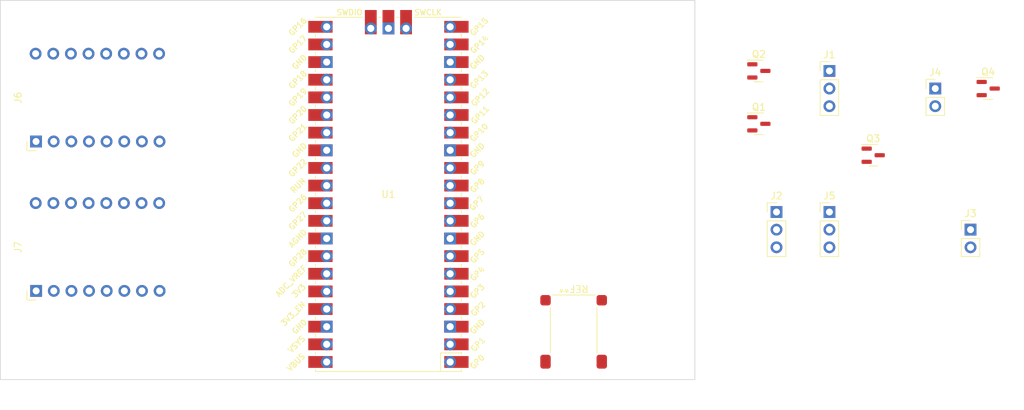
<source format=kicad_pcb>
(kicad_pcb (version 20221018) (generator pcbnew)
  (layers (0 "F.Cu" signal) (31 "B.Cu" signal) (34 "B.Paste" user) (35 "F.Paste" user) (36 "B.SilkS" user "B.Silkscreen") (37 "F.SilkS" user "F.Silkscreen") (38 "B.Mask" user) (39 "F.Mask" user) (44 "Edge.Cuts" user))
  (net 0 "")
  (footprint "Connector_PinHeader_2.54mm:PinHeader_1x03_P2.54mm_Vertical" (layer "F.Cu") (at 187.96 68.58)
    (fp_text reference "J2" (at 0 -2.33) (layer "F.SilkS"))
    (fp_text value "Conn_01x03_Male")
    (fp_line (start -1.33 -1.33) (end 0 -1.33) (stroke (width 0.12)) (layer "F.SilkS"))
    (fp_line (start -1.33 0) (end -1.33 -1.33) (stroke (width 0.12)) (layer "F.SilkS"))
    (fp_line (start -1.33 1.27) (end -1.33 6.41) (stroke (width 0.12)) (layer "F.SilkS"))
    (fp_line (start -1.33 1.27) (end 1.33 1.27) (stroke (width 0.12)) (layer "F.SilkS"))
    (fp_line (start -1.33 6.41) (end 1.33 6.41) (stroke (width 0.12)) (layer "F.SilkS"))
    (fp_line (start 1.33 1.27) (end 1.33 6.41) (stroke (width 0.12)) (layer "F.SilkS"))
    (pad "1" thru_hole rect (at 0 0) (size 1.7 1.7) (drill 1) (layers "*.Cu" "*.Mask"))
    (pad "2" thru_hole oval (at 0 2.54) (size 1.7 1.7) (drill 1) (layers "*.Cu" "*.Mask"))
    (pad "3" thru_hole oval (at 0 5.08) (size 1.7 1.7) (drill 1) (layers "*.Cu" "*.Mask"))
  )
  (footprint "Connector_PinHeader_2.54mm:PinHeader_1x02_P2.54mm_Vertical" (layer "F.Cu") (at 215.9 71.12)
    (fp_text reference "J3" (at 0 -2.33) (layer "F.SilkS"))
    (fp_text value "Conn_01x02_Female")
    (fp_line (start -1.33 -1.33) (end 0 -1.33) (stroke (width 0.12)) (layer "F.SilkS"))
    (fp_line (start -1.33 0) (end -1.33 -1.33) (stroke (width 0.12)) (layer "F.SilkS"))
    (fp_line (start -1.33 1.27) (end -1.33 3.87) (stroke (width 0.12)) (layer "F.SilkS"))
    (fp_line (start -1.33 1.27) (end 1.33 1.27) (stroke (width 0.12)) (layer "F.SilkS"))
    (fp_line (start -1.33 3.87) (end 1.33 3.87) (stroke (width 0.12)) (layer "F.SilkS"))
    (fp_line (start 1.33 1.27) (end 1.33 3.87) (stroke (width 0.12)) (layer "F.SilkS"))
    (pad "1" thru_hole rect (at 0 0) (size 1.7 1.7) (drill 1) (layers "*.Cu" "*.Mask"))
    (pad "2" thru_hole oval (at 0 2.54) (size 1.7 1.7) (drill 1) (layers "*.Cu" "*.Mask"))
  )
  (footprint "Connector_Audio:Jack_3.5mm_Lumberg_1503_02_Horizontal" (layer "F.Cu") (at 158.75 87.63 180)
    (fp_text reference "REF**" (at 0 8 180 unlocked) (layer "F.SilkS"))
    (fp_text value "Jack_3.5mm_Lumberg_1503_02_Horizontal")
    (fp_line (start -3.35 -1.24) (end -3.35 5.29) (stroke (width 0.12)) (layer "F.SilkS"))
    (fp_line (start 3.04 7.1) (end -3.04 7.1) (stroke (width 0.12)) (layer "F.SilkS"))
    (fp_line (start 3.35 -1.24) (end 3.35 5.29) (stroke (width 0.12)) (layer "F.SilkS"))
    (pad "" np_thru_hole circle (at -2.5 2.5 180) (size 1.2 1.2) (drill 1.2) (layers "F&B.Cu" "*.Mask"))
    (pad "" np_thru_hole circle (at 2.5 2.5 180) (size 1.2 1.2) (drill 1.2) (layers "F&B.Cu" "*.Mask"))
    (pad "R" smd roundrect (at 4.05 6.35 180) (size 1.5 1.5) (layers "F.Cu" "F.Paste" "F.Mask"))
    (pad "S" smd roundrect (at -4.05 6.35 180) (size 1.5 1.5) (layers "F.Cu" "F.Paste" "F.Mask"))
    (pad "T" smd roundrect (at -4.05 -2.5 180) (size 1.5 2) (layers "F.Cu" "F.Paste" "F.Mask"))
    (pad "T" smd roundrect (at 4.05 -2.5 180) (size 1.5 2) (layers "F.Cu" "F.Paste" "F.Mask"))
  )
  (footprint "Connector_PinHeader_2.54mm:PinHeader_1x02_P2.54mm_Vertical" (layer "F.Cu") (at 210.82 50.8)
    (fp_text reference "J4" (at 0 -2.33) (layer "F.SilkS"))
    (fp_text value "Conn_01x02_Female")
    (fp_line (start -1.33 -1.33) (end 0 -1.33) (stroke (width 0.12)) (layer "F.SilkS"))
    (fp_line (start -1.33 0) (end -1.33 -1.33) (stroke (width 0.12)) (layer "F.SilkS"))
    (fp_line (start -1.33 1.27) (end -1.33 3.87) (stroke (width 0.12)) (layer "F.SilkS"))
    (fp_line (start -1.33 1.27) (end 1.33 1.27) (stroke (width 0.12)) (layer "F.SilkS"))
    (fp_line (start -1.33 3.87) (end 1.33 3.87) (stroke (width 0.12)) (layer "F.SilkS"))
    (fp_line (start 1.33 1.27) (end 1.33 3.87) (stroke (width 0.12)) (layer "F.SilkS"))
    (pad "1" thru_hole rect (at 0 0) (size 1.7 1.7) (drill 1) (layers "*.Cu" "*.Mask"))
    (pad "2" thru_hole oval (at 0 2.54) (size 1.7 1.7) (drill 1) (layers "*.Cu" "*.Mask"))
  )
  (footprint "stepstick:stepstick" (layer "F.Cu") (at 81.295 73.6425 90)
    (fp_text reference "J7" (at 0 -2.54 90) (layer "F.SilkS"))
    (fp_text value "silent step stick")
    (fp_line (start -7.62 -1.27) (end -6.29 -1.27) (stroke (width 0.12)) (layer "F.SilkS"))
    (fp_line (start -7.62 0.06) (end -7.62 -1.27) (stroke (width 0.12)) (layer "F.SilkS"))
    (pad "1" thru_hole rect (at -6.29 0.06 90) (size 1.7 1.7) (drill 1) (layers "*.Cu" "*.Mask"))
    (pad "2" thru_hole oval (at 6.35 0 90) (size 1.7 1.7) (drill 1) (layers "*.Cu" "*.Mask"))
    (pad "3" thru_hole oval (at -6.29 2.6 90) (size 1.7 1.7) (drill 1) (layers "*.Cu" "*.Mask"))
    (pad "4" thru_hole oval (at 6.35 2.54 90) (size 1.7 1.7) (drill 1) (layers "*.Cu" "*.Mask"))
    (pad "5" thru_hole oval (at -6.29 5.14 90) (size 1.7 1.7) (drill 1) (layers "*.Cu" "*.Mask"))
    (pad "6" thru_hole oval (at 6.35 5.08 90) (size 1.7 1.7) (drill 1) (layers "*.Cu" "*.Mask"))
    (pad "7" thru_hole oval (at -6.29 7.68 90) (size 1.7 1.7) (drill 1) (layers "*.Cu" "*.Mask"))
    (pad "8" thru_hole oval (at 6.35 7.62 90) (size 1.7 1.7) (drill 1) (layers "*.Cu" "*.Mask"))
    (pad "9" thru_hole oval (at -6.29 10.22 90) (size 1.7 1.7) (drill 1) (layers "*.Cu" "*.Mask"))
    (pad "10" thru_hole oval (at 6.35 10.16 90) (size 1.7 1.7) (drill 1) (layers "*.Cu" "*.Mask"))
    (pad "11" thru_hole oval (at -6.29 12.76 90) (size 1.7 1.7) (drill 1) (layers "*.Cu" "*.Mask"))
    (pad "12" thru_hole oval (at 6.35 12.7 90) (size 1.7 1.7) (drill 1) (layers "*.Cu" "*.Mask"))
    (pad "13" thru_hole oval (at -6.29 15.3 90) (size 1.7 1.7) (drill 1) (layers "*.Cu" "*.Mask"))
    (pad "14" thru_hole oval (at 6.35 15.24 90) (size 1.7 1.7) (drill 1) (layers "*.Cu" "*.Mask"))
    (pad "15" thru_hole oval (at -6.29 17.84 90) (size 1.7 1.7) (drill 1) (layers "*.Cu" "*.Mask"))
    (pad "16" thru_hole oval (at 6.35 17.78 90) (size 1.7 1.7) (drill 1) (layers "*.Cu" "*.Mask"))
  )
  (footprint "Connector_PinHeader_2.54mm:PinHeader_1x03_P2.54mm_Vertical" (layer "F.Cu") (at 195.58 68.58)
    (fp_text reference "J5" (at 0 -2.33) (layer "F.SilkS"))
    (fp_text value "Conn_01x03_Female")
    (fp_line (start -1.33 -1.33) (end 0 -1.33) (stroke (width 0.12)) (layer "F.SilkS"))
    (fp_line (start -1.33 0) (end -1.33 -1.33) (stroke (width 0.12)) (layer "F.SilkS"))
    (fp_line (start -1.33 1.27) (end -1.33 6.41) (stroke (width 0.12)) (layer "F.SilkS"))
    (fp_line (start -1.33 1.27) (end 1.33 1.27) (stroke (width 0.12)) (layer "F.SilkS"))
    (fp_line (start -1.33 6.41) (end 1.33 6.41) (stroke (width 0.12)) (layer "F.SilkS"))
    (fp_line (start 1.33 1.27) (end 1.33 6.41) (stroke (width 0.12)) (layer "F.SilkS"))
    (pad "1" thru_hole rect (at 0 0) (size 1.7 1.7) (drill 1) (layers "*.Cu" "*.Mask"))
    (pad "2" thru_hole oval (at 0 2.54) (size 1.7 1.7) (drill 1) (layers "*.Cu" "*.Mask"))
    (pad "3" thru_hole oval (at 0 5.08) (size 1.7 1.7) (drill 1) (layers "*.Cu" "*.Mask"))
  )
  (footprint "Package_TO_SOT_SMD:SOT-23" (layer "F.Cu") (at 218.44 50.8)
    (fp_text reference "Q4" (at 0 -2.4) (layer "F.SilkS"))
    (fp_text value "AO3400A")
    (fp_line (start 0 -1.56) (end -1.675 -1.56) (stroke (width 0.12)) (layer "F.SilkS"))
    (fp_line (start 0 -1.56) (end 0.65 -1.56) (stroke (width 0.12)) (layer "F.SilkS"))
    (fp_line (start 0 1.56) (end -0.65 1.56) (stroke (width 0.12)) (layer "F.SilkS"))
    (fp_line (start 0 1.56) (end 0.65 1.56) (stroke (width 0.12)) (layer "F.SilkS"))
    (pad "1" smd roundrect (at -0.9375 -0.95) (size 1.475 0.6) (layers "F.Cu" "F.Paste" "F.Mask"))
    (pad "2" smd roundrect (at -0.9375 0.95) (size 1.475 0.6) (layers "F.Cu" "F.Paste" "F.Mask"))
    (pad "3" smd roundrect (at 0.9375 0) (size 1.475 0.6) (layers "F.Cu" "F.Paste" "F.Mask"))
  )
  (footprint "Connector_PinHeader_2.54mm:PinHeader_1x03_P2.54mm_Vertical" (layer "F.Cu") (at 195.58 48.26)
    (fp_text reference "J1" (at 0 -2.33) (layer "F.SilkS"))
    (fp_text value "Conn_01x03_Male")
    (fp_line (start -1.33 -1.33) (end 0 -1.33) (stroke (width 0.12)) (layer "F.SilkS"))
    (fp_line (start -1.33 0) (end -1.33 -1.33) (stroke (width 0.12)) (layer "F.SilkS"))
    (fp_line (start -1.33 1.27) (end -1.33 6.41) (stroke (width 0.12)) (layer "F.SilkS"))
    (fp_line (start -1.33 1.27) (end 1.33 1.27) (stroke (width 0.12)) (layer "F.SilkS"))
    (fp_line (start -1.33 6.41) (end 1.33 6.41) (stroke (width 0.12)) (layer "F.SilkS"))
    (fp_line (start 1.33 1.27) (end 1.33 6.41) (stroke (width 0.12)) (layer "F.SilkS"))
    (pad "1" thru_hole rect (at 0 0) (size 1.7 1.7) (drill 1) (layers "*.Cu" "*.Mask"))
    (pad "2" thru_hole oval (at 0 2.54) (size 1.7 1.7) (drill 1) (layers "*.Cu" "*.Mask"))
    (pad "3" thru_hole oval (at 0 5.08) (size 1.7 1.7) (drill 1) (layers "*.Cu" "*.Mask"))
  )
  (footprint "Package_TO_SOT_SMD:SOT-23" (layer "F.Cu") (at 185.42 48.26)
    (fp_text reference "Q2" (at 0 -2.4) (layer "F.SilkS"))
    (fp_text value "AO3400A")
    (fp_line (start 0 -1.56) (end -1.675 -1.56) (stroke (width 0.12)) (layer "F.SilkS"))
    (fp_line (start 0 -1.56) (end 0.65 -1.56) (stroke (width 0.12)) (layer "F.SilkS"))
    (fp_line (start 0 1.56) (end -0.65 1.56) (stroke (width 0.12)) (layer "F.SilkS"))
    (fp_line (start 0 1.56) (end 0.65 1.56) (stroke (width 0.12)) (layer "F.SilkS"))
    (pad "1" smd roundrect (at -0.9375 -0.95) (size 1.475 0.6) (layers "F.Cu" "F.Paste" "F.Mask"))
    (pad "2" smd roundrect (at -0.9375 0.95) (size 1.475 0.6) (layers "F.Cu" "F.Paste" "F.Mask"))
    (pad "3" smd roundrect (at 0.9375 0) (size 1.475 0.6) (layers "F.Cu" "F.Paste" "F.Mask"))
  )
  (footprint "Package_TO_SOT_SMD:SOT-23" (layer "F.Cu") (at 201.88 60.4)
    (fp_text reference "Q3" (at 0 -2.4) (layer "F.SilkS"))
    (fp_text value "AO3400A")
    (fp_line (start 0 -1.56) (end -1.675 -1.56) (stroke (width 0.12)) (layer "F.SilkS"))
    (fp_line (start 0 -1.56) (end 0.65 -1.56) (stroke (width 0.12)) (layer "F.SilkS"))
    (fp_line (start 0 1.56) (end -0.65 1.56) (stroke (width 0.12)) (layer "F.SilkS"))
    (fp_line (start 0 1.56) (end 0.65 1.56) (stroke (width 0.12)) (layer "F.SilkS"))
    (pad "1" smd roundrect (at -0.9375 -0.95) (size 1.475 0.6) (layers "F.Cu" "F.Paste" "F.Mask"))
    (pad "2" smd roundrect (at -0.9375 0.95) (size 1.475 0.6) (layers "F.Cu" "F.Paste" "F.Mask"))
    (pad "3" smd roundrect (at 0.9375 0) (size 1.475 0.6) (layers "F.Cu" "F.Paste" "F.Mask"))
  )
  (footprint "MCU_RaspberryPi_and_Boards:RPi_Pico_SMD_TH" (layer "F.Cu") (at 132.08 66.04 180)
    (fp_text reference "U1" (at 0 0) (layer "F.SilkS"))
    (fp_text value "Pico")
    (fp_text user "GP20" (at 13.054 11.43 45) (layer "F.SilkS") (effects (font (size 0.8 0.8))))
    (fp_text user "GP0" (at -12.8 -24.13 45) (layer "F.SilkS") (effects (font (size 0.8 0.8))))
    (fp_text user "GP16" (at 13.054 24.13 45) (layer "F.SilkS") (effects (font (size 0.8 0.8))))
    (fp_text user "GND" (at -12.8 -19.05 45) (layer "F.SilkS") (effects (font (size 0.8 0.8))))
    (fp_text user "GP28" (at 13.054 -9.144 45) (layer "F.SilkS") (effects (font (size 0.8 0.8))))
    (fp_text user "GP15" (at -13.054 24.13 45) (layer "F.SilkS") (effects (font (size 0.8 0.8))))
    (fp_text user "GP5" (at -12.8 -8.89 45) (layer "F.SilkS") (effects (font (size 0.8 0.8))))
    (fp_text user "GP12" (at -13.2 13.97 45) (layer "F.SilkS") (effects (font (size 0.8 0.8))))
    (fp_text user "GP26" (at 13.054 -1.27 45) (layer "F.SilkS") (effects (font (size 0.8 0.8))))
    (fp_text user "GND" (at -12.8 6.35 45) (layer "F.SilkS") (effects (font (size 0.8 0.8))))
    (fp_text user "GP11" (at -13.2 11.43 45) (layer "F.SilkS") (effects (font (size 0.8 0.8))))
    (fp_text user "GP9" (at -12.8 3.81 45) (layer "F.SilkS") (effects (font (size 0.8 0.8))))
    (fp_text user "GND" (at 12.8 6.35 45) (layer "F.SilkS") (effects (font (size 0.8 0.8))))
    (fp_text user "GP18" (at 13.054 16.51 45) (layer "F.SilkS") (effects (font (size 0.8 0.8))))
    (fp_text user "3V3_EN" (at 13.7 -17.2 45) (layer "F.SilkS") (effects (font (size 0.8 0.8))))
    (fp_text user "GND" (at -12.8 19.05 45) (layer "F.SilkS") (effects (font (size 0.8 0.8))))
    (fp_text user "GP4" (at -12.8 -11.43 45) (layer "F.SilkS") (effects (font (size 0.8 0.8))))
    (fp_text user "GP27" (at 13.054 -3.8 45) (layer "F.SilkS") (effects (font (size 0.8 0.8))))
    (fp_text user "GP22" (at 13.054 3.81 45) (layer "F.SilkS") (effects (font (size 0.8 0.8))))
    (fp_text user "GND" (at 12.8 19.05 45) (layer "F.SilkS") (effects (font (size 0.8 0.8))))
    (fp_text user "RUN" (at 13 1.27 45) (layer "F.SilkS") (effects (font (size 0.8 0.8))))
    (fp_text user "GP17" (at 13.054 21.59 45) (layer "F.SilkS") (effects (font (size 0.8 0.8))))
    (fp_text user "GND" (at -12.8 -6.35 45) (layer "F.SilkS") (effects (font (size 0.8 0.8))))
    (fp_text user "AGND" (at 13.054 -6.35 45) (layer "F.SilkS") (effects (font (size 0.8 0.8))))
    (fp_text user "GP19" (at 13.054 13.97 45) (layer "F.SilkS") (effects (font (size 0.8 0.8))))
    (fp_text user "GP3" (at -12.8 -13.97 45) (layer "F.SilkS") (effects (font (size 0.8 0.8))))
    (fp_text user "GP13" (at -13.054 16.51 45) (layer "F.SilkS") (effects (font (size 0.8 0.8))))
    (fp_text user "GP10" (at -13.054 8.89 45) (layer "F.SilkS") (effects (font (size 0.8 0.8))))
    (fp_text user "SWCLK" (at -5.7 26.2) (layer "F.SilkS") (effects (font (size 0.8 0.8))))
    (fp_text user "VSYS" (at 13.2 -21.59 45) (layer "F.SilkS") (effects (font (size 0.8 0.8))))
    (fp_text user "GP1" (at -12.9 -21.6 45) (layer "F.SilkS") (effects (font (size 0.8 0.8))))
    (fp_text user "SWDIO" (at 5.6 26.2) (layer "F.SilkS") (effects (font (size 0.8 0.8))))
    (fp_text user "GP7" (at -12.7 -1.3 45) (layer "F.SilkS") (effects (font (size 0.8 0.8))))
    (fp_text user "GP14" (at -13.1 21.59 45) (layer "F.SilkS") (effects (font (size 0.8 0.8))))
    (fp_text user "GP2" (at -12.9 -16.51 45) (layer "F.SilkS") (effects (font (size 0.8 0.8))))
    (fp_text user "VBUS" (at 13.3 -24.2 45) (layer "F.SilkS") (effects (font (size 0.8 0.8))))
    (fp_text user "ADC_VREF" (at 14 -12.5 45) (layer "F.SilkS") (effects (font (size 0.8 0.8))))
    (fp_text user "GP21" (at 13.054 8.9 45) (layer "F.SilkS") (effects (font (size 0.8 0.8))))
    (fp_text user "GP6" (at -12.8 -3.81 45) (layer "F.SilkS") (effects (font (size 0.8 0.8))))
    (fp_text user "3V3" (at 12.9 -13.9 45) (layer "F.SilkS") (effects (font (size 0.8 0.8))))
    (fp_text user "GP8" (at -12.8 1.27 45) (layer "F.SilkS") (effects (font (size 0.8 0.8))))
    (fp_text user "GND" (at 12.8 -19.05 45) (layer "F.SilkS") (effects (font (size 0.8 0.8))))
    (fp_line (start -10.5 -25.5) (end -10.5 -25.2) (stroke (width 0.12)) (layer "F.SilkS"))
    (fp_line (start -10.5 -25.5) (end 10.5 -25.5) (stroke (width 0.12)) (layer "F.SilkS"))
    (fp_line (start -10.5 -23.1) (end -10.5 -22.7) (stroke (width 0.12)) (layer "F.SilkS"))
    (fp_line (start -10.5 -22.833) (end -7.493 -22.833) (stroke (width 0.12)) (layer "F.SilkS"))
    (fp_line (start -10.5 -20.5) (end -10.5 -20.1) (stroke (width 0.12)) (layer "F.SilkS"))
    (fp_line (start -10.5 -18) (end -10.5 -17.6) (stroke (width 0.12)) (layer "F.SilkS"))
    (fp_line (start -10.5 -15.4) (end -10.5 -15) (stroke (width 0.12)) (layer "F.SilkS"))
    (fp_line (start -10.5 -12.9) (end -10.5 -12.5) (stroke (width 0.12)) (layer "F.SilkS"))
    (fp_line (start -10.5 -10.4) (end -10.5 -10) (stroke (width 0.12)) (layer "F.SilkS"))
    (fp_line (start -10.5 -7.8) (end -10.5 -7.4) (stroke (width 0.12)) (layer "F.SilkS"))
    (fp_line (start -10.5 -5.3) (end -10.5 -4.9) (stroke (width 0.12)) (layer "F.SilkS"))
    (fp_line (start -10.5 -2.7) (end -10.5 -2.3) (stroke (width 0.12)) (layer "F.SilkS"))
    (fp_line (start -10.5 -0.2) (end -10.5 0.2) (stroke (width 0.12)) (layer "F.SilkS"))
    (fp_line (start -10.5 2.3) (end -10.5 2.7) (stroke (width 0.12)) (layer "F.SilkS"))
    (fp_line (start -10.5 4.9) (end -10.5 5.3) (stroke (width 0.12)) (layer "F.SilkS"))
    (fp_line (start -10.5 7.4) (end -10.5 7.8) (stroke (width 0.12)) (layer "F.SilkS"))
    (fp_line (start -10.5 10) (end -10.5 10.4) (stroke (width 0.12)) (layer "F.SilkS"))
    (fp_line (start -10.5 12.5) (end -10.5 12.9) (stroke (width 0.12)) (layer "F.SilkS"))
    (fp_line (start -10.5 15.1) (end -10.5 15.5) (stroke (width 0.12)) (layer "F.SilkS"))
    (fp_line (start -10.5 17.6) (end -10.5 18) (stroke (width 0.12)) (layer "F.SilkS"))
    (fp_line (start -10.5 20.1) (end -10.5 20.5) (stroke (width 0.12)) (layer "F.SilkS"))
    (fp_line (start -10.5 22.7) (end -10.5 23.1) (stroke (width 0.12)) (layer "F.SilkS"))
    (fp_line (start -7.493 -22.833) (end -7.493 -25.5) (stroke (width 0.12)) (layer "F.SilkS"))
    (fp_line (start -3.7 25.5) (end -10.5 25.5) (stroke (width 0.12)) (layer "F.SilkS"))
    (fp_line (start -1.5 25.5) (end -1.1 25.5) (stroke (width 0.12)) (layer "F.SilkS"))
    (fp_line (start 1.1 25.5) (end 1.5 25.5) (stroke (width 0.12)) (layer "F.SilkS"))
    (fp_line (start 10.5 -25.5) (end 10.5 -25.2) (stroke (width 0.12)) (layer "F.SilkS"))
    (fp_line (start 10.5 -23.1) (end 10.5 -22.7) (stroke (width 0.12)) (layer "F.SilkS"))
    (fp_line (start 10.5 -20.5) (end 10.5 -20.1) (stroke (width 0.12)) (layer "F.SilkS"))
    (fp_line (start 10.5 -18) (end 10.5 -17.6) (stroke (width 0.12)) (layer "F.SilkS"))
    (fp_line (start 10.5 -15.4) (end 10.5 -15) (stroke (width 0.12)) (layer "F.SilkS"))
    (fp_line (start 10.5 -12.9) (end 10.5 -12.5) (stroke (width 0.12)) (layer "F.SilkS"))
    (fp_line (start 10.5 -10.4) (end 10.5 -10) (stroke (width 0.12)) (layer "F.SilkS"))
    (fp_line (start 10.5 -7.8) (end 10.5 -7.4) (stroke (width 0.12)) (layer "F.SilkS"))
    (fp_line (start 10.5 -5.3) (end 10.5 -4.9) (stroke (width 0.12)) (layer "F.SilkS"))
    (fp_line (start 10.5 -2.7) (end 10.5 -2.3) (stroke (width 0.12)) (layer "F.SilkS"))
    (fp_line (start 10.5 -0.2) (end 10.5 0.2) (stroke (width 0.12)) (layer "F.SilkS"))
    (fp_line (start 10.5 2.3) (end 10.5 2.7) (stroke (width 0.12)) (layer "F.SilkS"))
    (fp_line (start 10.5 4.9) (end 10.5 5.3) (stroke (width 0.12)) (layer "F.SilkS"))
    (fp_line (start 10.5 7.4) (end 10.5 7.8) (stroke (width 0.12)) (layer "F.SilkS"))
    (fp_line (start 10.5 10) (end 10.5 10.4) (stroke (width 0.12)) (layer "F.SilkS"))
    (fp_line (start 10.5 12.5) (end 10.5 12.9) (stroke (width 0.12)) (layer "F.SilkS"))
    (fp_line (start 10.5 15.1) (end 10.5 15.5) (stroke (width 0.12)) (layer "F.SilkS"))
    (fp_line (start 10.5 17.6) (end 10.5 18) (stroke (width 0.12)) (layer "F.SilkS"))
    (fp_line (start 10.5 20.1) (end 10.5 20.5) (stroke (width 0.12)) (layer "F.SilkS"))
    (fp_line (start 10.5 22.7) (end 10.5 23.1) (stroke (width 0.12)) (layer "F.SilkS"))
    (fp_line (start 10.5 25.5) (end 3.7 25.5) (stroke (width 0.12)) (layer "F.SilkS"))
    (pad "" np_thru_hole oval (at -2.725 -24 180) (size 1.8 1.8) (drill 1.8) (layers "*.Cu" "*.Mask"))
    (pad "" np_thru_hole oval (at -2.425 -20.97 180) (size 1.5 1.5) (drill 1.5) (layers "*.Cu" "*.Mask"))
    (pad "" np_thru_hole oval (at 2.425 -20.97 180) (size 1.5 1.5) (drill 1.5) (layers "*.Cu" "*.Mask"))
    (pad "" np_thru_hole oval (at 2.725 -24 180) (size 1.8 1.8) (drill 1.8) (layers "*.Cu" "*.Mask"))
    (pad "1" thru_hole oval (at -8.89 -24.13 180) (size 1.7 1.7) (drill 1.02) (layers "*.Cu" "*.Mask"))
    (pad "1" smd rect (at -8.89 -24.13 180) (size 3.5 1.7) (drill (offset -0.9 0)) (layers "F.Cu" "F.Mask"))
    (pad "2" thru_hole oval (at -8.89 -21.59 180) (size 1.7 1.7) (drill 1.02) (layers "*.Cu" "*.Mask"))
    (pad "2" smd rect (at -8.89 -21.59 180) (size 3.5 1.7) (drill (offset -0.9 0)) (layers "F.Cu" "F.Mask"))
    (pad "3" thru_hole rect (at -8.89 -19.05 180) (size 1.7 1.7) (drill 1.02) (layers "*.Cu" "*.Mask"))
    (pad "3" smd rect (at -8.89 -19.05 180) (size 3.5 1.7) (drill (offset -0.9 0)) (layers "F.Cu" "F.Mask"))
    (pad "4" thru_hole oval (at -8.89 -16.51 180) (size 1.7 1.7) (drill 1.02) (layers "*.Cu" "*.Mask"))
    (pad "4" smd rect (at -8.89 -16.51 180) (size 3.5 1.7) (drill (offset -0.9 0)) (layers "F.Cu" "F.Mask"))
    (pad "5" thru_hole oval (at -8.89 -13.97 180) (size 1.7 1.7) (drill 1.02) (layers "*.Cu" "*.Mask"))
    (pad "5" smd rect (at -8.89 -13.97 180) (size 3.5 1.7) (drill (offset -0.9 0)) (layers "F.Cu" "F.Mask"))
    (pad "6" thru_hole oval (at -8.89 -11.43 180) (size 1.7 1.7) (drill 1.02) (layers "*.Cu" "*.Mask"))
    (pad "6" smd rect (at -8.89 -11.43 180) (size 3.5 1.7) (drill (offset -0.9 0)) (layers "F.Cu" "F.Mask"))
    (pad "7" thru_hole oval (at -8.89 -8.89 180) (size 1.7 1.7) (drill 1.02) (layers "*.Cu" "*.Mask"))
    (pad "7" smd rect (at -8.89 -8.89 180) (size 3.5 1.7) (drill (offset -0.9 0)) (layers "F.Cu" "F.Mask"))
    (pad "8" thru_hole rect (at -8.89 -6.35 180) (size 1.7 1.7) (drill 1.02) (layers "*.Cu" "*.Mask"))
    (pad "8" smd rect (at -8.89 -6.35 180) (size 3.5 1.7) (drill (offset -0.9 0)) (layers "F.Cu" "F.Mask"))
    (pad "9" thru_hole oval (at -8.89 -3.81 180) (size 1.7 1.7) (drill 1.02) (layers "*.Cu" "*.Mask"))
    (pad "9" smd rect (at -8.89 -3.81 180) (size 3.5 1.7) (drill (offset -0.9 0)) (layers "F.Cu" "F.Mask"))
    (pad "10" thru_hole oval (at -8.89 -1.27 180) (size 1.7 1.7) (drill 1.02) (layers "*.Cu" "*.Mask"))
    (pad "10" smd rect (at -8.89 -1.27 180) (size 3.5 1.7) (drill (offset -0.9 0)) (layers "F.Cu" "F.Mask"))
    (pad "11" thru_hole oval (at -8.89 1.27 180) (size 1.7 1.7) (drill 1.02) (layers "*.Cu" "*.Mask"))
    (pad "11" smd rect (at -8.89 1.27 180) (size 3.5 1.7) (drill (offset -0.9 0)) (layers "F.Cu" "F.Mask"))
    (pad "12" thru_hole oval (at -8.89 3.81 180) (size 1.7 1.7) (drill 1.02) (layers "*.Cu" "*.Mask"))
    (pad "12" smd rect (at -8.89 3.81 180) (size 3.5 1.7) (drill (offset -0.9 0)) (layers "F.Cu" "F.Mask"))
    (pad "13" thru_hole rect (at -8.89 6.35 180) (size 1.7 1.7) (drill 1.02) (layers "*.Cu" "*.Mask"))
    (pad "13" smd rect (at -8.89 6.35 180) (size 3.5 1.7) (drill (offset -0.9 0)) (layers "F.Cu" "F.Mask"))
    (pad "14" thru_hole oval (at -8.89 8.89 180) (size 1.7 1.7) (drill 1.02) (layers "*.Cu" "*.Mask"))
    (pad "14" smd rect (at -8.89 8.89 180) (size 3.5 1.7) (drill (offset -0.9 0)) (layers "F.Cu" "F.Mask"))
    (pad "15" thru_hole oval (at -8.89 11.43 180) (size 1.7 1.7) (drill 1.02) (layers "*.Cu" "*.Mask"))
    (pad "15" smd rect (at -8.89 11.43 180) (size 3.5 1.7) (drill (offset -0.9 0)) (layers "F.Cu" "F.Mask"))
    (pad "16" thru_hole oval (at -8.89 13.97 180) (size 1.7 1.7) (drill 1.02) (layers "*.Cu" "*.Mask"))
    (pad "16" smd rect (at -8.89 13.97 180) (size 3.5 1.7) (drill (offset -0.9 0)) (layers "F.Cu" "F.Mask"))
    (pad "17" thru_hole oval (at -8.89 16.51 180) (size 1.7 1.7) (drill 1.02) (layers "*.Cu" "*.Mask"))
    (pad "17" smd rect (at -8.89 16.51 180) (size 3.5 1.7) (drill (offset -0.9 0)) (layers "F.Cu" "F.Mask"))
    (pad "18" thru_hole rect (at -8.89 19.05 180) (size 1.7 1.7) (drill 1.02) (layers "*.Cu" "*.Mask"))
    (pad "18" smd rect (at -8.89 19.05 180) (size 3.5 1.7) (drill (offset -0.9 0)) (layers "F.Cu" "F.Mask"))
    (pad "19" thru_hole oval (at -8.89 21.59 180) (size 1.7 1.7) (drill 1.02) (layers "*.Cu" "*.Mask"))
    (pad "19" smd rect (at -8.89 21.59 180) (size 3.5 1.7) (drill (offset -0.9 0)) (layers "F.Cu" "F.Mask"))
    (pad "20" thru_hole oval (at -8.89 24.13 180) (size 1.7 1.7) (drill 1.02) (layers "*.Cu" "*.Mask"))
    (pad "20" smd rect (at -8.89 24.13 180) (size 3.5 1.7) (drill (offset -0.9 0)) (layers "F.Cu" "F.Mask"))
    (pad "21" thru_hole oval (at 8.89 24.13 180) (size 1.7 1.7) (drill 1.02) (layers "*.Cu" "*.Mask"))
    (pad "21" smd rect (at 8.89 24.13 180) (size 3.5 1.7) (drill (offset 0.9 0)) (layers "F.Cu" "F.Mask"))
    (pad "22" thru_hole oval (at 8.89 21.59 180) (size 1.7 1.7) (drill 1.02) (layers "*.Cu" "*.Mask"))
    (pad "22" smd rect (at 8.89 21.59 180) (size 3.5 1.7) (drill (offset 0.9 0)) (layers "F.Cu" "F.Mask"))
    (pad "23" thru_hole rect (at 8.89 19.05 180) (size 1.7 1.7) (drill 1.02) (layers "*.Cu" "*.Mask"))
    (pad "23" smd rect (at 8.89 19.05 180) (size 3.5 1.7) (drill (offset 0.9 0)) (layers "F.Cu" "F.Mask"))
    (pad "24" thru_hole oval (at 8.89 16.51 180) (size 1.7 1.7) (drill 1.02) (layers "*.Cu" "*.Mask"))
    (pad "24" smd rect (at 8.89 16.51 180) (size 3.5 1.7) (drill (offset 0.9 0)) (layers "F.Cu" "F.Mask"))
    (pad "25" thru_hole oval (at 8.89 13.97 180) (size 1.7 1.7) (drill 1.02) (layers "*.Cu" "*.Mask"))
    (pad "25" smd rect (at 8.89 13.97 180) (size 3.5 1.7) (drill (offset 0.9 0)) (layers "F.Cu" "F.Mask"))
    (pad "26" thru_hole oval (at 8.89 11.43 180) (size 1.7 1.7) (drill 1.02) (layers "*.Cu" "*.Mask"))
    (pad "26" smd rect (at 8.89 11.43 180) (size 3.5 1.7) (drill (offset 0.9 0)) (layers "F.Cu" "F.Mask"))
    (pad "27" thru_hole oval (at 8.89 8.89 180) (size 1.7 1.7) (drill 1.02) (layers "*.Cu" "*.Mask"))
    (pad "27" smd rect (at 8.89 8.89 180) (size 3.5 1.7) (drill (offset 0.9 0)) (layers "F.Cu" "F.Mask"))
    (pad "28" thru_hole rect (at 8.89 6.35 180) (size 1.7 1.7) (drill 1.02) (layers "*.Cu" "*.Mask"))
    (pad "28" smd rect (at 8.89 6.35 180) (size 3.5 1.7) (drill (offset 0.9 0)) (layers "F.Cu" "F.Mask"))
    (pad "29" thru_hole oval (at 8.89 3.81 180) (size 1.7 1.7) (drill 1.02) (layers "*.Cu" "*.Mask"))
    (pad "29" smd rect (at 8.89 3.81 180) (size 3.5 1.7) (drill (offset 0.9 0)) (layers "F.Cu" "F.Mask"))
    (pad "30" thru_hole oval (at 8.89 1.27 180) (size 1.7 1.7) (drill 1.02) (layers "*.Cu" "*.Mask"))
    (pad "30" smd rect (at 8.89 1.27 180) (size 3.5 1.7) (drill (offset 0.9 0)) (layers "F.Cu" "F.Mask"))
    (pad "31" thru_hole oval (at 8.89 -1.27 180) (size 1.7 1.7) (drill 1.02) (layers "*.Cu" "*.Mask"))
    (pad "31" smd rect (at 8.89 -1.27 180) (size 3.5 1.7) (drill (offset 0.9 0)) (layers "F.Cu" "F.Mask"))
    (pad "32" thru_hole oval (at 8.89 -3.81 180) (size 1.7 1.7) (drill 1.02) (layers "*.Cu" "*.Mask"))
    (pad "32" smd rect (at 8.89 -3.81 180) (size 3.5 1.7) (drill (offset 0.9 0)) (layers "F.Cu" "F.Mask"))
    (pad "33" thru_hole rect (at 8.89 -6.35 180) (size 1.7 1.7) (drill 1.02) (layers "*.Cu" "*.Mask"))
    (pad "33" smd rect (at 8.89 -6.35 180) (size 3.5 1.7) (drill (offset 0.9 0)) (layers "F.Cu" "F.Mask"))
    (pad "34" thru_hole oval (at 8.89 -8.89 180) (size 1.7 1.7) (drill 1.02) (layers "*.Cu" "*.Mask"))
    (pad "34" smd rect (at 8.89 -8.89 180) (size 3.5 1.7) (drill (offset 0.9 0)) (layers "F.Cu" "F.Mask"))
    (pad "35" thru_hole oval (at 8.89 -11.43 180) (size 1.7 1.7) (drill 1.02) (layers "*.Cu" "*.Mask"))
    (pad "35" smd rect (at 8.89 -11.43 180) (size 3.5 1.7) (drill (offset 0.9 0)) (layers "F.Cu" "F.Mask"))
    (pad "36" thru_hole oval (at 8.89 -13.97 180) (size 1.7 1.7) (drill 1.02) (layers "*.Cu" "*.Mask"))
    (pad "36" smd rect (at 8.89 -13.97 180) (size 3.5 1.7) (drill (offset 0.9 0)) (layers "F.Cu" "F.Mask"))
    (pad "37" thru_hole oval (at 8.89 -16.51 180) (size 1.7 1.7) (drill 1.02) (layers "*.Cu" "*.Mask"))
    (pad "37" smd rect (at 8.89 -16.51 180) (size 3.5 1.7) (drill (offset 0.9 0)) (layers "F.Cu" "F.Mask"))
    (pad "38" thru_hole rect (at 8.89 -19.05 180) (size 1.7 1.7) (drill 1.02) (layers "*.Cu" "*.Mask"))
    (pad "38" smd rect (at 8.89 -19.05 180) (size 3.5 1.7) (drill (offset 0.9 0)) (layers "F.Cu" "F.Mask"))
    (pad "39" thru_hole oval (at 8.89 -21.59 180) (size 1.7 1.7) (drill 1.02) (layers "*.Cu" "*.Mask"))
    (pad "39" smd rect (at 8.89 -21.59 180) (size 3.5 1.7) (drill (offset 0.9 0)) (layers "F.Cu" "F.Mask"))
    (pad "40" thru_hole oval (at 8.89 -24.13 180) (size 1.7 1.7) (drill 1.02) (layers "*.Cu" "*.Mask"))
    (pad "40" smd rect (at 8.89 -24.13 180) (size 3.5 1.7) (drill (offset 0.9 0)) (layers "F.Cu" "F.Mask"))
    (pad "41" thru_hole oval (at -2.54 23.9 180) (size 1.7 1.7) (drill 1.02) (layers "*.Cu" "*.Mask"))
    (pad "41" smd rect (at -2.54 23.9 270) (size 3.5 1.7) (drill (offset -0.9 0)) (layers "F.Cu" "F.Mask"))
    (pad "42" thru_hole rect (at 0 23.9 180) (size 1.7 1.7) (drill 1.02) (layers "*.Cu" "*.Mask"))
    (pad "42" smd rect (at 0 23.9 270) (size 3.5 1.7) (drill (offset -0.9 0)) (layers "F.Cu" "F.Mask"))
    (pad "43" thru_hole oval (at 2.54 23.9 180) (size 1.7 1.7) (drill 1.02) (layers "*.Cu" "*.Mask"))
    (pad "43" smd rect (at 2.54 23.9 270) (size 3.5 1.7) (drill (offset -0.9 0)) (layers "F.Cu" "F.Mask"))
  )
  (footprint "stepstick:stepstick" (layer "F.Cu") (at 81.28 52.13 90)
    (fp_text reference "J6" (at 0 -2.54 90) (layer "F.SilkS"))
    (fp_text value "silent step stick")
    (fp_line (start -7.62 -1.27) (end -6.29 -1.27) (stroke (width 0.12)) (layer "F.SilkS"))
    (fp_line (start -7.62 0.06) (end -7.62 -1.27) (stroke (width 0.12)) (layer "F.SilkS"))
    (pad "1" thru_hole rect (at -6.29 0.06 90) (size 1.7 1.7) (drill 1) (layers "*.Cu" "*.Mask"))
    (pad "2" thru_hole oval (at 6.35 0 90) (size 1.7 1.7) (drill 1) (layers "*.Cu" "*.Mask"))
    (pad "3" thru_hole oval (at -6.29 2.6 90) (size 1.7 1.7) (drill 1) (layers "*.Cu" "*.Mask"))
    (pad "4" thru_hole oval (at 6.35 2.54 90) (size 1.7 1.7) (drill 1) (layers "*.Cu" "*.Mask"))
    (pad "5" thru_hole oval (at -6.29 5.14 90) (size 1.7 1.7) (drill 1) (layers "*.Cu" "*.Mask"))
    (pad "6" thru_hole oval (at 6.35 5.08 90) (size 1.7 1.7) (drill 1) (layers "*.Cu" "*.Mask"))
    (pad "7" thru_hole oval (at -6.29 7.68 90) (size 1.7 1.7) (drill 1) (layers "*.Cu" "*.Mask"))
    (pad "8" thru_hole oval (at 6.35 7.62 90) (size 1.7 1.7) (drill 1) (layers "*.Cu" "*.Mask"))
    (pad "9" thru_hole oval (at -6.29 10.22 90) (size 1.7 1.7) (drill 1) (layers "*.Cu" "*.Mask"))
    (pad "10" thru_hole oval (at 6.35 10.16 90) (size 1.7 1.7) (drill 1) (layers "*.Cu" "*.Mask"))
    (pad "11" thru_hole oval (at -6.29 12.76 90) (size 1.7 1.7) (drill 1) (layers "*.Cu" "*.Mask"))
    (pad "12" thru_hole oval (at 6.35 12.7 90) (size 1.7 1.7) (drill 1) (layers "*.Cu" "*.Mask"))
    (pad "13" thru_hole oval (at -6.29 15.3 90) (size 1.7 1.7) (drill 1) (layers "*.Cu" "*.Mask"))
    (pad "14" thru_hole oval (at 6.35 15.24 90) (size 1.7 1.7) (drill 1) (layers "*.Cu" "*.Mask"))
    (pad "15" thru_hole oval (at -6.29 17.84 90) (size 1.7 1.7) (drill 1) (layers "*.Cu" "*.Mask"))
    (pad "16" thru_hole oval (at 6.35 17.78 90) (size 1.7 1.7) (drill 1) (layers "*.Cu" "*.Mask"))
  )
  (footprint "Package_TO_SOT_SMD:SOT-23" (layer "F.Cu") (at 185.42 55.88)
    (fp_text reference "Q1" (at 0 -2.4) (layer "F.SilkS"))
    (fp_text value "AO3400A")
    (fp_line (start 0 -1.56) (end -1.675 -1.56) (stroke (width 0.12)) (layer "F.SilkS"))
    (fp_line (start 0 -1.56) (end 0.65 -1.56) (stroke (width 0.12)) (layer "F.SilkS"))
    (fp_line (start 0 1.56) (end -0.65 1.56) (stroke (width 0.12)) (layer "F.SilkS"))
    (fp_line (start 0 1.56) (end 0.65 1.56) (stroke (width 0.12)) (layer "F.SilkS"))
    (pad "1" smd roundrect (at -0.9375 -0.95) (size 1.475 0.6) (layers "F.Cu" "F.Paste" "F.Mask"))
    (pad "2" smd roundrect (at -0.9375 0.95) (size 1.475 0.6) (layers "F.Cu" "F.Paste" "F.Mask"))
    (pad "3" smd roundrect (at 0.9375 0) (size 1.475 0.6) (layers "F.Cu" "F.Paste" "F.Mask"))
  )
  (gr_rect (start 76.2 38.1) (end 176.2 92.71) (stroke (width 0.1)) (fill none) (layer "Edge.Cuts"))
)
</source>
